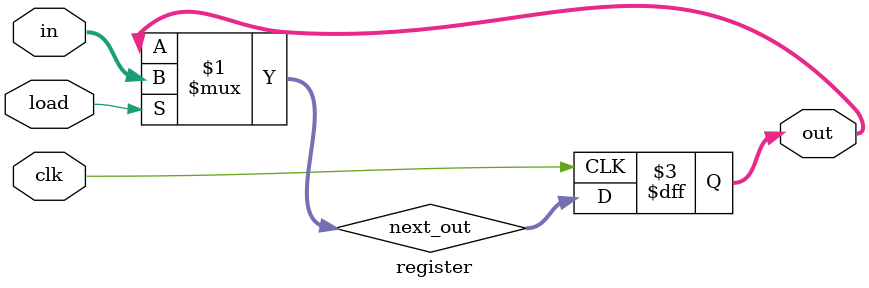
<source format=v>
/* 8 wide, 16 bit register
    Following verilog describes an 8 wide, 16 bit register file.
*/

module register8_file_16bit(data_in, writenum, write_in, readnum, clk, data_out);
    input [15:0] data_in;
    input [2:0] writenum, readnum;
    input write_in;
    input clk;

    output [15:0] data_out;

    wire [7:0] reg_select, write, mux_select;
    wire [15:0] reg_out [7:0];
    
    decoder #(3,8) writehotcode(writenum, reg_select);
    decoder #(3,8) readhotcode(readnum, mux_select);

    assign write = write_in ? reg_select : 8'b00000000;

    register #(16) reg0(clk, write[0], data_in[15:0], reg_out[0]);
    register #(16) reg1(clk, write[1], data_in[15:0], reg_out[1]);
    register #(16) reg2(clk, write[2], data_in[15:0], reg_out[2]);
    register #(16) reg3(clk, write[3], data_in[15:0], reg_out[3]);
    register #(16) reg4(clk, write[4], data_in[15:0], reg_out[4]);
    register #(16) reg5(clk, write[5], data_in[15:0], reg_out[5]);
    register #(16) reg6(clk, write[6], data_in[15:0], reg_out[6]);
    register #(16) reg7(clk, write[7], data_in[15:0], reg_out[7]);

    multiplexer8 #(16) outmux(reg_out[7], reg_out[6], reg_out[5], reg_out[4], reg_out[3], reg_out[2], reg_out[1], reg_out[0], mux_select, data_out);
endmodule

 /* REGISTER WITH LOAD ENABLE
 n-bit wide resiter with load enable */
module register(clk, load, in, out) ;
    parameter n = 16;  // width
    input clk, load ;
    input  [n-1:0] in ;
    output reg [n-1:0] out ;
    wire   [n-1:0] next_out ;

    assign next_out = load ? in : out;

    //On posedge clk, makes out equal to next_out
    always @(posedge clk)
      out = next_out;  
endmodule


</source>
